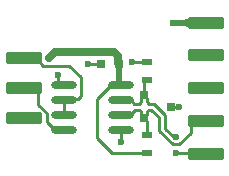
<source format=gtl>
G04*
G04 #@! TF.GenerationSoftware,Altium Limited,Altium Designer,24.4.1 (13)*
G04*
G04 Layer_Physical_Order=1*
G04 Layer_Color=255*
%FSLAX25Y25*%
%MOIN*%
G70*
G04*
G04 #@! TF.SameCoordinates,E6202B21-D7BA-4EC8-B1B0-AB42A6229C69*
G04*
G04*
G04 #@! TF.FilePolarity,Positive*
G04*
G01*
G75*
%ADD12C,0.01000*%
%ADD14R,0.03543X0.02362*%
%ADD15R,0.03000X0.03000*%
G04:AMPARAMS|DCode=16|XSize=39.37mil|YSize=118.11mil|CornerRadius=4.92mil|HoleSize=0mil|Usage=FLASHONLY|Rotation=90.000|XOffset=0mil|YOffset=0mil|HoleType=Round|Shape=RoundedRectangle|*
%AMROUNDEDRECTD16*
21,1,0.03937,0.10827,0,0,90.0*
21,1,0.02953,0.11811,0,0,90.0*
1,1,0.00984,0.05413,0.01476*
1,1,0.00984,0.05413,-0.01476*
1,1,0.00984,-0.05413,-0.01476*
1,1,0.00984,-0.05413,0.01476*
%
%ADD16ROUNDEDRECTD16*%
%ADD17O,0.08661X0.02362*%
%ADD18R,0.03150X0.03150*%
%ADD25C,0.01968*%
%ADD26C,0.02756*%
%ADD27C,0.02362*%
G36*
X90554Y52766D02*
X90853Y52774D01*
X91133Y52800D01*
X91393Y52842D01*
X91633Y52901D01*
X91854Y52978D01*
X92056Y53071D01*
X92238Y53181D01*
X92400Y53308D01*
X92542Y53453D01*
X92666Y53614D01*
Y49969D01*
X92545Y50126D01*
X92404Y50267D01*
X92243Y50391D01*
X92062Y50499D01*
X91861Y50590D01*
X91640Y50665D01*
X91398Y50723D01*
X91137Y50764D01*
X90855Y50789D01*
X90554Y50797D01*
Y52766D01*
D02*
G37*
D12*
X88435Y8219D02*
X98376D01*
X88386Y8268D02*
X88435Y8219D01*
X98376D02*
X98425Y8169D01*
X93512Y17606D02*
X94980Y19075D01*
X87388Y11193D02*
X89671D01*
X94980Y19075D02*
X98425D01*
X93512Y15034D02*
Y17606D01*
X89671Y11193D02*
X93512Y15034D01*
X87795Y13614D02*
X88650D01*
X88681Y13583D01*
X78884Y25405D02*
X79470Y24819D01*
X84926Y16484D02*
Y21020D01*
X78884Y25405D02*
Y26569D01*
Y22233D02*
X79470Y22819D01*
X77884Y20069D02*
X78884Y21069D01*
X77884Y27569D02*
X78884Y26569D01*
X82925Y15655D02*
X87388Y11193D01*
X84926Y16484D02*
X87795Y13614D01*
X81127Y24819D02*
X84926Y21020D01*
X82925Y15655D02*
Y20192D01*
X80299Y22819D02*
X82925Y20192D01*
X79470Y22819D02*
X80299D01*
X79470Y24819D02*
X81127D01*
X78884Y21069D02*
Y22233D01*
X73389Y26024D02*
X74594Y24819D01*
X76298D01*
Y22819D02*
X76884Y22233D01*
X73094Y21024D02*
X74889Y22819D01*
X76884Y26569D02*
X77884Y27569D01*
X76884Y25405D02*
Y26569D01*
Y21069D02*
X77884Y20069D01*
X70177Y26024D02*
X73389D01*
X76884Y21069D02*
Y22233D01*
X74889Y22819D02*
X76298D01*
X70177Y21024D02*
X73094D01*
X76298Y24819D02*
X76884Y25405D01*
X55910Y26284D02*
X56819Y27193D01*
X51540Y26284D02*
X55910D01*
X56819Y27193D02*
Y33634D01*
X51279Y26024D02*
X51540Y26284D01*
X47260Y37500D02*
X52953D01*
X56819Y33634D01*
X47233Y37472D02*
X47260Y37500D01*
X44280Y37472D02*
X47233D01*
X41732Y40020D02*
X44280Y37472D01*
X37795Y40020D02*
X41732D01*
X51279Y21024D02*
Y26024D01*
X49743Y31024D02*
X51279D01*
X49114Y31653D02*
X49743Y31024D01*
X49114Y31653D02*
Y34449D01*
X86884Y23819D02*
X86884Y23819D01*
X89665D01*
X70177Y16024D02*
X70276Y15925D01*
Y12008D02*
Y15925D01*
X62205Y13484D02*
Y26201D01*
X67028Y31024D01*
X67323Y8366D02*
X78937D01*
X62205Y13484D02*
X67323Y8366D01*
X59252Y38091D02*
X63484D01*
X63583Y37992D01*
X78888Y38730D02*
X78937Y38681D01*
X73966Y38730D02*
X78888D01*
X73917Y38780D02*
X73966Y38730D01*
X69670Y31024D02*
X70177D01*
X67028D02*
X69670D01*
X78565Y32776D02*
X78937D01*
X77884Y27569D02*
Y32094D01*
X78565Y32776D01*
X77884Y20069D02*
X78937Y19016D01*
Y14272D02*
Y19016D01*
X69488Y37992D02*
X69882Y38386D01*
X41240Y30020D02*
X41732D01*
X37795D02*
X41240D01*
X42709Y28551D01*
Y24401D02*
Y28551D01*
X45535Y18619D02*
Y21575D01*
X48130Y16024D02*
X51279D01*
X42709Y24401D02*
X45535Y21575D01*
Y18619D02*
X48130Y16024D01*
D14*
X78937Y8366D02*
D03*
Y14272D02*
D03*
Y32776D02*
D03*
Y38681D02*
D03*
D15*
X77884Y20069D02*
D03*
Y27569D02*
D03*
X86884Y23819D02*
D03*
D16*
X98425Y51791D02*
D03*
Y8169D02*
D03*
Y19075D02*
D03*
Y29980D02*
D03*
Y40886D02*
D03*
X37795Y20020D02*
D03*
Y30020D02*
D03*
Y40020D02*
D03*
D17*
X70177Y16024D02*
D03*
Y21024D02*
D03*
Y26024D02*
D03*
Y31024D02*
D03*
X51279Y16024D02*
D03*
Y21024D02*
D03*
Y26024D02*
D03*
Y31024D02*
D03*
D18*
X69488Y37992D02*
D03*
X63583D02*
D03*
D25*
X69488Y31205D02*
Y37992D01*
Y31205D02*
X69670Y31024D01*
X87402Y51772D02*
X87411Y51781D01*
X98415D02*
X98425Y51791D01*
X87411Y51781D02*
X98415D01*
D26*
X69291Y38189D02*
Y40610D01*
X48130Y42028D02*
X67874D01*
X69291Y38189D02*
X69488Y37992D01*
X67874Y42028D02*
X69291Y40610D01*
X46161Y40059D02*
X48130Y42028D01*
D27*
X88681Y8268D02*
D03*
Y13583D02*
D03*
X49114Y34449D02*
D03*
X89665Y23819D02*
D03*
X70276Y12008D02*
D03*
X59252Y38091D02*
D03*
X73917Y38780D02*
D03*
X46161Y40059D02*
D03*
X87402Y51772D02*
D03*
M02*

</source>
